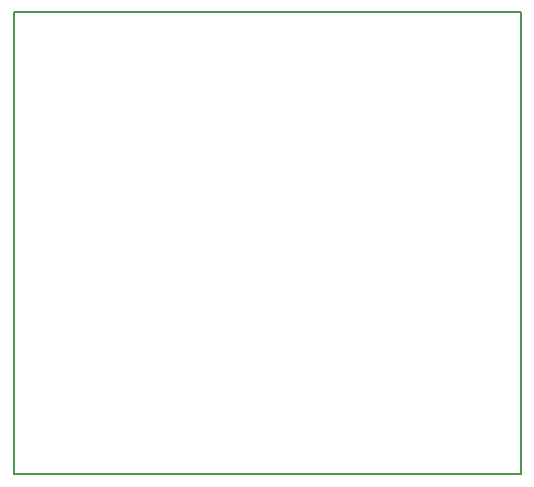
<source format=gbr>
%TF.GenerationSoftware,KiCad,Pcbnew,8.0.2-1*%
%TF.CreationDate,2025-03-24T16:41:03-06:00*%
%TF.ProjectId,NeoChepe,4e656f43-6865-4706-952e-6b696361645f,rev?*%
%TF.SameCoordinates,Original*%
%TF.FileFunction,Profile,NP*%
%FSLAX46Y46*%
G04 Gerber Fmt 4.6, Leading zero omitted, Abs format (unit mm)*
G04 Created by KiCad (PCBNEW 8.0.2-1) date 2025-03-24 16:41:03*
%MOMM*%
%LPD*%
G01*
G04 APERTURE LIST*
%TA.AperFunction,Profile*%
%ADD10C,0.200000*%
%TD*%
G04 APERTURE END LIST*
D10*
X95500000Y-69600000D02*
X138400000Y-69600000D01*
X138400000Y-108700000D01*
X95500000Y-108700000D01*
X95500000Y-69600000D01*
M02*

</source>
